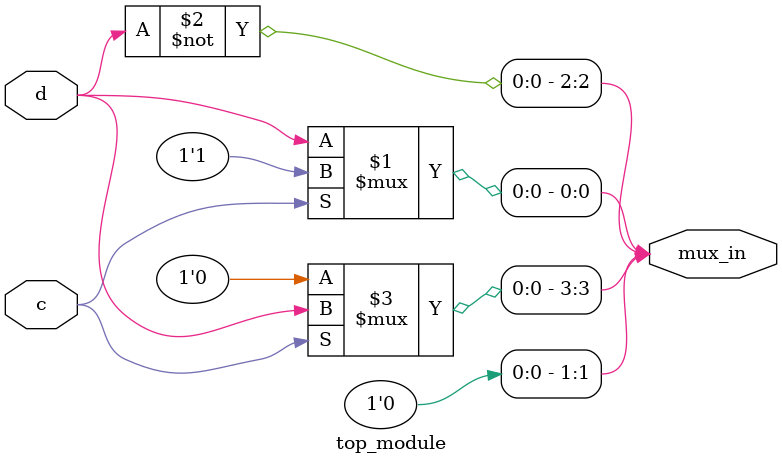
<source format=v>
module top_module (
    input c,
    input d,
    output [3:0] mux_in
); 
    assign mux_in[0] = (c) ? 1'b1 : d;
    assign mux_in[1] = 1'b0;
    assign mux_in[2] = ~d;
    assign mux_in[3] = (c) ? d : 1'b0;
endmodule

</source>
